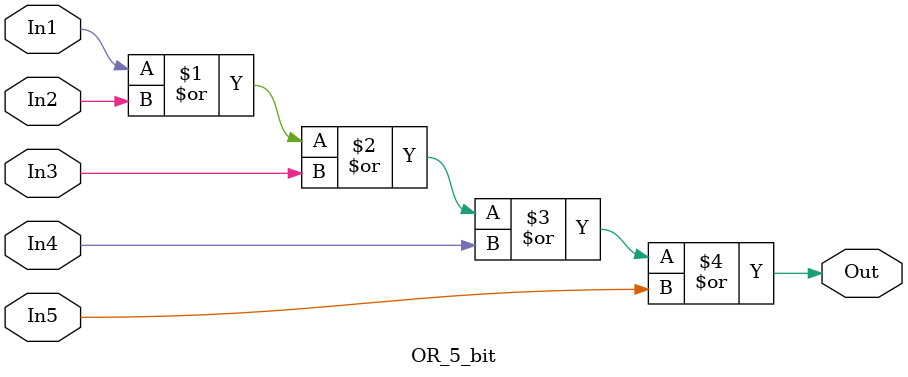
<source format=v>
module OR_5_bit(In1, In2, In3, In4, In5, Out);
	input In1, In2, In3, In4, In5;
	output Out;
	
	or(Out, In1, In2, In3, In4, In5);
	
endmodule
</source>
